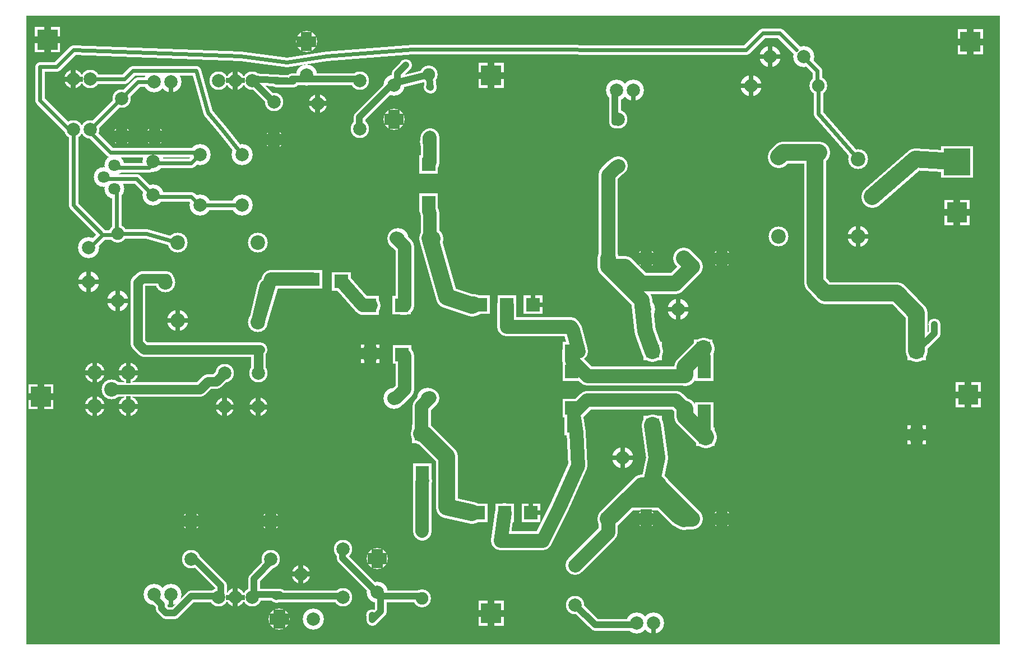
<source format=gbr>
%FSLAX34Y34*%
%MOMM*%
%LNCOPPER_BOTTOM*%
G71*
G01*
%ADD10C,3.000*%
%ADD11C,2.800*%
%ADD12C,3.200*%
%ADD13C,2.900*%
%ADD14C,3.200*%
%ADD15C,2.800*%
%ADD16C,3.300*%
%ADD17C,2.700*%
%ADD18C,3.000*%
%ADD19C,1.400*%
%ADD20C,1.800*%
%ADD21C,2.200*%
%ADD22C,1.800*%
%ADD23C,0.733*%
%ADD24C,0.667*%
%ADD25C,0.767*%
%ADD26C,1.713*%
%ADD27C,0.813*%
%ADD28C,0.680*%
%ADD29C,1.000*%
%ADD30C,1.607*%
%ADD31C,2.200*%
%ADD32C,2.000*%
%ADD33C,2.100*%
%ADD34C,2.400*%
%ADD35C,2.000*%
%ADD36C,2.500*%
%ADD37C,1.900*%
%ADD38C,1.800*%
%ADD39C,0.600*%
%ADD40C,1.000*%
%ADD41C,4.300*%
%LPD*%
G36*
X-228600Y342900D02*
X1241400Y342900D01*
X1241400Y-607100D01*
X-228600Y-607100D01*
X-228600Y342900D01*
G37*
%LPC*%
X-125644Y-196781D02*
G54D10*
D03*
X-74844Y-196781D02*
G54D10*
D03*
X-100244Y-222181D02*
G54D10*
D03*
X-74844Y-247581D02*
G54D10*
D03*
X-125644Y-247581D02*
G54D10*
D03*
G36*
X381679Y-302999D02*
X353679Y-302999D01*
X353679Y-274999D01*
X381679Y-274999D01*
X381679Y-302999D01*
G37*
G36*
X482791Y-108016D02*
X482791Y-80015D01*
X510791Y-80015D01*
X510791Y-108016D01*
X482791Y-108016D01*
G37*
G36*
X522478Y-108015D02*
X522478Y-80015D01*
X550478Y-80015D01*
X550478Y-108015D01*
X522478Y-108015D01*
G37*
G36*
X443103Y-108015D02*
X443103Y-80015D01*
X471103Y-80015D01*
X471103Y-108015D01*
X443103Y-108015D01*
G37*
G36*
X355362Y-333638D02*
X383362Y-333638D01*
X383362Y-361638D01*
X355362Y-361638D01*
X355362Y-333638D01*
G37*
X61292Y244995D02*
G54D11*
D03*
X86692Y244995D02*
G54D11*
D03*
X112092Y244995D02*
G54D11*
D03*
X274774Y171857D02*
G54D11*
D03*
X211274Y209957D02*
G54D11*
D03*
X274774Y244882D02*
G54D11*
D03*
X86692Y244995D02*
G54D11*
D03*
X211274Y209957D02*
G54D11*
D03*
X326431Y237459D02*
G54D12*
D03*
X326543Y186478D02*
G54D12*
D03*
X326543Y186478D02*
G54D11*
D03*
X326543Y186478D02*
G54D11*
D03*
G36*
X364888Y131896D02*
X392888Y131896D01*
X392888Y103896D01*
X364888Y103896D01*
X364888Y131896D01*
G37*
G36*
X392792Y46251D02*
X364792Y46251D01*
X364792Y74251D01*
X392792Y74251D01*
X392792Y46251D01*
G37*
G36*
X324553Y-183374D02*
X324553Y-155374D01*
X352553Y-155374D01*
X352553Y-183374D01*
X324553Y-183374D01*
G37*
G36*
X324078Y-108761D02*
X324078Y-80761D01*
X352078Y-80761D01*
X352078Y-108761D01*
X324078Y-108761D01*
G37*
X290452Y-167786D02*
G54D11*
D03*
G36*
X275658Y-108920D02*
X275658Y-80920D01*
X303658Y-80920D01*
X303658Y-108920D01*
X275658Y-108920D01*
G37*
G36*
X218089Y-41466D02*
X218089Y-69466D01*
X190089Y-69466D01*
X190089Y-41466D01*
X218089Y-41466D01*
G37*
G36*
X260952Y-44641D02*
X260952Y-72641D01*
X232952Y-72641D01*
X232952Y-44641D01*
X260952Y-44641D01*
G37*
X332729Y6192D02*
G54D12*
D03*
X383710Y6080D02*
G54D12*
D03*
X383710Y6080D02*
G54D11*
D03*
X326378Y-235107D02*
G54D12*
D03*
X377359Y-235219D02*
G54D12*
D03*
X377359Y-235219D02*
G54D11*
D03*
X377359Y-235219D02*
G54D11*
D03*
G36*
X731202Y-178027D02*
X703202Y-178027D01*
X703202Y-150027D01*
X731202Y-150027D01*
X731202Y-178027D01*
G37*
G36*
X608964Y-178027D02*
X580964Y-178027D01*
X580964Y-150027D01*
X608964Y-150027D01*
X608964Y-178027D01*
G37*
G36*
X731201Y-289946D02*
X703201Y-289946D01*
X703201Y-261946D01*
X731201Y-261946D01*
X731201Y-289946D01*
G37*
G36*
X612139Y-291533D02*
X584139Y-291533D01*
X584139Y-263533D01*
X612139Y-263533D01*
X612139Y-291533D01*
G37*
G36*
X479616Y-422340D02*
X479616Y-394340D01*
X507616Y-394340D01*
X507616Y-422340D01*
X479616Y-422340D01*
G37*
G36*
X519304Y-422340D02*
X519304Y-394340D01*
X547304Y-394340D01*
X547304Y-422340D01*
X519304Y-422340D01*
G37*
G36*
X439928Y-422340D02*
X439928Y-394340D01*
X467928Y-394340D01*
X467928Y-422340D01*
X439928Y-422340D01*
G37*
G36*
X779750Y-146338D02*
X807750Y-146338D01*
X807750Y-174338D01*
X779750Y-174338D01*
X779750Y-146338D01*
G37*
G36*
X782925Y-279688D02*
X810925Y-279688D01*
X810925Y-307688D01*
X782925Y-307688D01*
X782925Y-279688D01*
G37*
G36*
X1102012Y-149512D02*
X1130012Y-149512D01*
X1130012Y-177512D01*
X1102012Y-177512D01*
X1102012Y-149512D01*
G37*
X1116012Y-290512D02*
G54D11*
D03*
G54D13*
X496791Y-94015D02*
X496791Y-126498D01*
X497014Y-126721D01*
X593058Y-126721D01*
X596803Y-132115D01*
X604964Y-164027D01*
G54D13*
X493616Y-408340D02*
X487014Y-450571D01*
X550514Y-450571D01*
X575914Y-399771D01*
X604116Y-337293D01*
X601314Y-287058D01*
X598139Y-264833D01*
X766168Y-251300D02*
G54D12*
D03*
X766281Y-200320D02*
G54D12*
D03*
X766281Y-200320D02*
G54D11*
D03*
X766281Y-200320D02*
G54D11*
D03*
X650303Y-417865D02*
G54D11*
D03*
X707453Y-417865D02*
G54D11*
D03*
X764603Y-417865D02*
G54D11*
D03*
X821753Y-417865D02*
G54D11*
D03*
X650303Y-24165D02*
G54D11*
D03*
X707453Y-24165D02*
G54D11*
D03*
X764603Y-24165D02*
G54D11*
D03*
X821753Y-24165D02*
G54D11*
D03*
X707453Y-417865D02*
G54D11*
D03*
X821753Y-417865D02*
G54D11*
D03*
X707453Y-24165D02*
G54D11*
D03*
X821753Y-24165D02*
G54D11*
D03*
G54D14*
X650303Y-24165D02*
X650303Y-36865D01*
X701103Y-87665D01*
X705716Y-134093D01*
X717202Y-164027D01*
G54D14*
X764603Y-417865D02*
X777303Y-417865D01*
X726503Y-367065D01*
X701103Y-367065D01*
X650303Y-417865D01*
G54D14*
X764603Y-24165D02*
X777303Y-36865D01*
X751903Y-62265D01*
X701103Y-62265D01*
X675703Y-36865D01*
X650303Y-36865D01*
X650303Y-24165D01*
X688403Y229841D02*
G54D12*
D03*
X662903Y229841D02*
G54D12*
D03*
X718403Y-574859D02*
G54D12*
D03*
X692903Y-574859D02*
G54D12*
D03*
G54D15*
X378888Y124246D02*
X381000Y120650D01*
X381000Y158750D01*
X379536Y158648D01*
G54D15*
X383710Y6080D02*
X381000Y6350D01*
X381000Y44450D01*
X378792Y47551D01*
G54D16*
X383710Y6080D02*
X381000Y6350D01*
X406400Y-82550D01*
X444500Y-95250D01*
X447103Y-94015D01*
G54D15*
X332729Y6192D02*
X330200Y6350D01*
X342900Y-6350D01*
X342900Y-95250D01*
X338078Y-94761D01*
G54D15*
X246952Y-58641D02*
X279400Y-95250D01*
X292100Y-95250D01*
X289658Y-94920D01*
G54D15*
X326378Y-235107D02*
X330200Y-234950D01*
X342900Y-222250D01*
X342900Y-171450D01*
X338553Y-169374D01*
G54D15*
X377359Y-235219D02*
X381000Y-234950D01*
X368300Y-247650D01*
X368300Y-285750D01*
X367679Y-288999D01*
G54D16*
X367679Y-288999D02*
X371549Y-288999D01*
X406400Y-323850D01*
X406400Y-400050D01*
X443928Y-408340D01*
G36*
X276452Y-153786D02*
X304452Y-153786D01*
X304452Y-181786D01*
X276452Y-181786D01*
X276452Y-153786D01*
G37*
X61292Y-536087D02*
G54D11*
D03*
X86692Y-536087D02*
G54D11*
D03*
X112092Y-536087D02*
G54D11*
D03*
X249374Y-462949D02*
G54D11*
D03*
X185874Y-501049D02*
G54D11*
D03*
X249374Y-535974D02*
G54D11*
D03*
X86692Y-536087D02*
G54D11*
D03*
X185874Y-501049D02*
G54D11*
D03*
X301031Y-528550D02*
G54D12*
D03*
X301143Y-477570D02*
G54D12*
D03*
X301143Y-477570D02*
G54D11*
D03*
X301143Y-477570D02*
G54D11*
D03*
G54D13*
X594964Y-164027D02*
X594964Y-177521D01*
X618776Y-201334D01*
X765267Y-201334D01*
X766281Y-200320D01*
G54D15*
X598139Y-264833D02*
X598139Y-257253D01*
X617674Y-237718D01*
X752586Y-237718D01*
X766168Y-251300D01*
G54D16*
X717201Y-275946D02*
X723289Y-325370D01*
X717201Y-357763D01*
X726503Y-367065D01*
G54D16*
X766281Y-200320D02*
X766281Y-187806D01*
X793750Y-160338D01*
G54D16*
X766168Y-251300D02*
X766168Y-262931D01*
X796925Y-293688D01*
G36*
X1102012Y-276512D02*
X1130012Y-276512D01*
X1130012Y-304512D01*
X1102012Y-304512D01*
X1102012Y-276512D01*
G37*
X-10097Y242541D02*
G54D12*
D03*
X-35597Y242541D02*
G54D12*
D03*
X-10097Y-532159D02*
G54D12*
D03*
X-35597Y-532159D02*
G54D12*
D03*
X-91048Y-87746D02*
G54D17*
D03*
X-91048Y13854D02*
G54D17*
D03*
X-134673Y-59005D02*
G54D12*
D03*
X-134786Y-8024D02*
G54D12*
D03*
X-134673Y-59005D02*
G54D12*
D03*
X-91048Y-87746D02*
G54D12*
D03*
X-95841Y116721D02*
G54D18*
D03*
X-111741Y99146D02*
G54D18*
D03*
X-95806Y81530D02*
G54D18*
D03*
X-37405Y71656D02*
G54D12*
D03*
X-37517Y122637D02*
G54D12*
D03*
X33692Y56548D02*
G54D12*
D03*
X33742Y132798D02*
G54D12*
D03*
X97192Y56548D02*
G54D12*
D03*
X97242Y132798D02*
G54D12*
D03*
X-157884Y246907D02*
G54D11*
D03*
X-132484Y246907D02*
G54D11*
D03*
X-157884Y246907D02*
G54D11*
D03*
X70716Y-197593D02*
G54D11*
D03*
X121516Y-197593D02*
G54D11*
D03*
X70716Y-248393D02*
G54D11*
D03*
X121516Y-248393D02*
G54D11*
D03*
X70716Y-248393D02*
G54D11*
D03*
X121516Y-248393D02*
G54D11*
D03*
G54D19*
X-134785Y-8024D02*
X-132484Y-7093D01*
X-113434Y11957D01*
X-88034Y11957D01*
X-91048Y13854D01*
G54D19*
X33692Y56548D02*
X32616Y56407D01*
X19916Y69107D01*
X-37234Y69107D01*
X-37405Y71656D01*
G54D19*
X97192Y56548D02*
X96116Y56407D01*
X32616Y56407D01*
X33692Y56548D01*
G54D19*
X33742Y132798D02*
X32616Y132607D01*
X19916Y119907D01*
X-37234Y119907D01*
X-37517Y122637D01*
G54D19*
X-37517Y122637D02*
X-37234Y119907D01*
X-43584Y113557D01*
X-94384Y113557D01*
X-95841Y116721D01*
G54D19*
X-80558Y247098D02*
X-67858Y259798D01*
X27392Y259798D01*
X45316Y196107D01*
X67242Y169948D01*
X97242Y132798D01*
X98368Y132990D01*
G54D20*
X148631Y243809D02*
X174031Y243809D01*
X115166Y246907D01*
X112091Y244995D01*
G54D20*
X174031Y243809D02*
X172316Y246907D01*
X273916Y246907D01*
X274774Y244882D01*
G54D20*
X326431Y237459D02*
X324716Y240557D01*
X273916Y189757D01*
X273916Y170707D01*
X274774Y171857D01*
G54D20*
X379586Y234898D02*
X381866Y234207D01*
X378952Y253854D01*
X324716Y240557D01*
X326431Y237459D01*
G54D20*
X-35597Y-532159D02*
X-37234Y-534143D01*
X-24534Y-546843D01*
X-24534Y-553193D01*
X-18184Y-559543D01*
X-5484Y-559543D01*
X19916Y-534143D01*
X64366Y-534143D01*
X61292Y-536087D01*
G54D20*
X148631Y-534901D02*
X146916Y-534143D01*
X248516Y-534143D01*
X249374Y-535974D01*
G54D20*
X301031Y-528551D02*
X299316Y-527793D01*
X248516Y-476993D01*
X248516Y-464293D01*
X249374Y-462949D01*
G54D20*
X301031Y-528551D02*
X299316Y-527793D01*
X305666Y-534143D01*
X369166Y-534143D01*
X370061Y-534489D01*
G54D15*
X369362Y-360338D02*
X369166Y-362693D01*
X368952Y-436146D01*
G54D16*
X764603Y-417865D02*
X756516Y-413493D01*
X731116Y-388093D01*
X680316Y-388093D01*
X654916Y-413493D01*
X650303Y-417865D01*
G36*
X1200882Y97731D02*
X1152882Y97731D01*
X1152882Y145731D01*
X1200882Y145731D01*
X1200882Y97731D01*
G37*
G36*
X1195882Y26531D02*
X1157882Y26531D01*
X1157882Y64531D01*
X1195882Y64531D01*
X1195882Y26531D01*
G37*
G54D19*
X-80558Y247098D02*
X-132292Y247098D01*
X-132484Y246907D01*
G54D21*
X-100244Y-222181D02*
X33428Y-222181D01*
X45316Y-210293D01*
X-157884Y170707D02*
G54D11*
D03*
X-132484Y170707D02*
G54D11*
D03*
G54D19*
X-35597Y242541D02*
X-60650Y242541D01*
X-132484Y170707D01*
G54D19*
X-157884Y170707D02*
X-157884Y56407D01*
X-113434Y11957D01*
G54D19*
X-91048Y13854D02*
X-48034Y13854D01*
X0Y0D01*
X755696Y-101104D02*
G54D12*
D03*
X704716Y-101216D02*
G54D12*
D03*
X755696Y-101104D02*
G54D12*
D03*
X672308Y-325483D02*
G54D12*
D03*
X723289Y-325370D02*
G54D12*
D03*
X672308Y-325483D02*
G54D12*
D03*
G36*
X1177976Y322337D02*
X1215976Y322337D01*
X1215976Y284337D01*
X1177976Y284337D01*
X1177976Y322337D01*
G37*
G36*
X454076Y-541263D02*
X492076Y-541263D01*
X492076Y-579263D01*
X454076Y-579263D01*
X454076Y-541263D01*
G37*
G36*
X454076Y271537D02*
X492076Y271537D01*
X492076Y233537D01*
X454076Y233537D01*
X454076Y271537D01*
G37*
G36*
X-225849Y-213913D02*
X-187849Y-213913D01*
X-187849Y-251913D01*
X-225849Y-251913D01*
X-225849Y-213913D01*
G37*
X865978Y237285D02*
G54D17*
D03*
X967578Y237285D02*
G54D17*
D03*
X894719Y280910D02*
G54D12*
D03*
X945700Y281022D02*
G54D12*
D03*
X894719Y280910D02*
G54D12*
D03*
X865978Y237285D02*
G54D12*
D03*
G54D19*
X945700Y281022D02*
X946631Y278721D01*
X965681Y259671D01*
X965681Y234271D01*
X967578Y237285D01*
G54D19*
X967578Y237285D02*
X967578Y194271D01*
X1027769Y126389D01*
G54D19*
X-157884Y170707D02*
X-164234Y170707D01*
X-208684Y215157D01*
X-208684Y265957D01*
G54D19*
X-208684Y265957D02*
X-183284Y265957D01*
X-157884Y291357D01*
X94603Y282135D01*
X164603Y272135D01*
X224603Y282135D01*
X354603Y292135D01*
X858116Y291357D01*
X883516Y316757D01*
G54D19*
X883516Y316757D02*
X908916Y316757D01*
X934316Y291357D01*
G36*
X-215849Y325512D02*
X-177849Y325512D01*
X-177849Y287512D01*
X-215849Y287512D01*
X-215849Y325512D01*
G37*
G36*
X1174801Y-211063D02*
X1212801Y-211063D01*
X1212801Y-249063D01*
X1174801Y-249063D01*
X1174801Y-211063D01*
G37*
G54D15*
X133735Y-66315D02*
X120650Y-120650D01*
X140589Y-55466D01*
X204089Y-55466D01*
G54D20*
X148631Y-534901D02*
X153639Y-531533D01*
X115539Y-531533D01*
X112091Y-536087D01*
X344139Y268567D02*
G54D22*
D03*
X293339Y-563283D02*
G54D22*
D03*
G54D20*
X293339Y-563283D02*
X293339Y-569633D01*
X306039Y-556933D01*
X306039Y-531533D01*
X301031Y-528551D01*
G54D20*
X344139Y268567D02*
X331439Y255867D01*
X331439Y243167D01*
X326431Y237459D01*
X1142652Y-123546D02*
G54D22*
D03*
G54D20*
X1142652Y-123546D02*
X1142652Y-136874D01*
X1116012Y-163512D01*
X120650Y-120650D02*
G54D10*
D03*
X0Y-117476D02*
G54D10*
D03*
X120650Y0D02*
G54D10*
D03*
X0Y0D02*
G54D10*
D03*
X-19209Y-60325D02*
G54D10*
D03*
X0Y-117476D02*
G54D12*
D03*
G54D21*
X45316Y-210293D02*
X58016Y-210293D01*
X70716Y-197593D01*
G54D21*
X121516Y-197593D02*
X121516Y-164234D01*
X123825Y-161925D01*
X-50800Y-161925D01*
X-60325Y-152400D01*
X-60325Y-60325D01*
X-53975Y-53975D01*
X-17462Y-53975D01*
X-19209Y-60325D01*
X907119Y129563D02*
G54D10*
D03*
X1027769Y126389D02*
G54D10*
D03*
X907119Y8913D02*
G54D10*
D03*
X1027769Y8913D02*
G54D10*
D03*
X1048882Y69238D02*
G54D10*
D03*
G54D16*
X1116012Y-163512D02*
X1116012Y-106362D01*
X1085850Y-76200D01*
X977900Y-76200D01*
X962025Y-60325D01*
X962025Y130175D01*
X968375Y136525D01*
X914081Y136525D01*
X907119Y129563D01*
G54D16*
X1048882Y69238D02*
X1113514Y126388D01*
X1181882Y121731D01*
X1027769Y8913D02*
G54D12*
D03*
G54D19*
X-132484Y170707D02*
X-132231Y166389D01*
X-102231Y136389D01*
X37769Y136389D01*
X33742Y132798D01*
G54D19*
X-37405Y71656D02*
X-42231Y76389D01*
X-62231Y96389D01*
X-112231Y96389D01*
X-111741Y99146D01*
G54D19*
X-95807Y81530D02*
X-92231Y86389D01*
X-92231Y16389D01*
X-91048Y13854D01*
X378952Y152254D02*
G54D17*
D03*
X378952Y253854D02*
G54D17*
D03*
X368952Y-537746D02*
G54D17*
D03*
X368952Y-436146D02*
G54D17*
D03*
X1106012Y-93512D02*
G54D11*
D03*
X664964Y185973D02*
G54D11*
D03*
X664964Y115973D02*
G54D11*
D03*
X600303Y-487865D02*
G54D11*
D03*
X600303Y-547865D02*
G54D11*
D03*
G54D13*
X664964Y115973D02*
X660303Y112135D01*
X650303Y102135D01*
X650303Y-27865D01*
X650303Y-24165D01*
G54D20*
X664964Y185973D02*
X660303Y182135D01*
X660303Y232135D01*
X662903Y229841D01*
G54D20*
X600303Y-547865D02*
X630303Y-577865D01*
X690303Y-577865D01*
X692903Y-574859D01*
G54D13*
X600303Y-487865D02*
X650303Y-437865D01*
X650303Y-417865D01*
X-84997Y217535D02*
G54D11*
D03*
X-84997Y160385D02*
G54D11*
D03*
X-34997Y160385D02*
G54D11*
D03*
X20003Y-478265D02*
G54D11*
D03*
X20003Y-421115D02*
G54D11*
D03*
X20003Y-421115D02*
G54D11*
D03*
X145003Y212535D02*
G54D11*
D03*
X145003Y155385D02*
G54D11*
D03*
X145003Y155385D02*
G54D11*
D03*
X194031Y303808D02*
G54D12*
D03*
X194144Y252828D02*
G54D12*
D03*
X204349Y-569449D02*
G54D12*
D03*
X153369Y-569336D02*
G54D12*
D03*
X153369Y-569336D02*
G54D11*
D03*
X153369Y-569336D02*
G54D11*
D03*
X140003Y-478265D02*
G54D11*
D03*
X140003Y-421115D02*
G54D11*
D03*
X140003Y-421115D02*
G54D11*
D03*
G54D20*
X20003Y-478265D02*
X24603Y-477865D01*
X64603Y-517865D01*
X64603Y-537865D01*
X61292Y-536087D01*
G54D20*
X140003Y-478265D02*
X144603Y-477865D01*
X114603Y-507865D01*
X114603Y-537865D01*
X112091Y-536087D01*
G54D20*
X145003Y212535D02*
X144603Y212135D01*
X114603Y242135D01*
X112091Y244995D01*
X194031Y303808D02*
G54D11*
D03*
X-84997Y160385D02*
G54D11*
D03*
G36*
X581000Y-181000D02*
X609000Y-181000D01*
X609000Y-209000D01*
X581000Y-209000D01*
X581000Y-181000D01*
G37*
G36*
X581000Y-236000D02*
X609000Y-236000D01*
X609000Y-264000D01*
X581000Y-264000D01*
X581000Y-236000D01*
G37*
G36*
X581000Y-236000D02*
X609000Y-236000D01*
X609000Y-264000D01*
X581000Y-264000D01*
X581000Y-236000D01*
G37*
G36*
X781000Y-166000D02*
X809000Y-166000D01*
X809000Y-194000D01*
X781000Y-194000D01*
X781000Y-166000D01*
G37*
G36*
X781000Y-261000D02*
X809000Y-261000D01*
X809000Y-289000D01*
X781000Y-289000D01*
X781000Y-261000D01*
G37*
G36*
X781000Y-241000D02*
X809000Y-241000D01*
X809000Y-269000D01*
X781000Y-269000D01*
X781000Y-241000D01*
G37*
G36*
X781000Y-181000D02*
X809000Y-181000D01*
X809000Y-209000D01*
X781000Y-209000D01*
X781000Y-181000D01*
G37*
%LPD*%
G54D23*
G36*
X-129310Y-196781D02*
X-129310Y-181281D01*
X-121977Y-181281D01*
X-121977Y-196781D01*
X-129310Y-196781D01*
G37*
G36*
X-125644Y-193115D02*
X-110144Y-193115D01*
X-110144Y-200448D01*
X-125644Y-200448D01*
X-125644Y-193115D01*
G37*
G36*
X-121977Y-196781D02*
X-121977Y-212281D01*
X-129310Y-212281D01*
X-129310Y-196781D01*
X-121977Y-196781D01*
G37*
G36*
X-125644Y-200448D02*
X-141144Y-200448D01*
X-141144Y-193115D01*
X-125644Y-193115D01*
X-125644Y-200448D01*
G37*
G54D23*
G36*
X-78510Y-196781D02*
X-78510Y-181281D01*
X-71177Y-181281D01*
X-71177Y-196781D01*
X-78510Y-196781D01*
G37*
G36*
X-74844Y-193115D02*
X-59344Y-193115D01*
X-59344Y-200448D01*
X-74844Y-200448D01*
X-74844Y-193115D01*
G37*
G36*
X-71177Y-196781D02*
X-71177Y-212281D01*
X-78510Y-212281D01*
X-78510Y-196781D01*
X-71177Y-196781D01*
G37*
G36*
X-74844Y-200448D02*
X-90344Y-200448D01*
X-90344Y-193115D01*
X-74844Y-193115D01*
X-74844Y-200448D01*
G37*
G54D23*
G36*
X-78510Y-247581D02*
X-78510Y-232081D01*
X-71177Y-232081D01*
X-71177Y-247581D01*
X-78510Y-247581D01*
G37*
G36*
X-74844Y-243915D02*
X-59344Y-243915D01*
X-59344Y-251248D01*
X-74844Y-251248D01*
X-74844Y-243915D01*
G37*
G36*
X-71177Y-247581D02*
X-71177Y-263081D01*
X-78510Y-263081D01*
X-78510Y-247581D01*
X-71177Y-247581D01*
G37*
G36*
X-74844Y-251248D02*
X-90344Y-251248D01*
X-90344Y-243915D01*
X-74844Y-243915D01*
X-74844Y-251248D01*
G37*
G54D23*
G36*
X-129310Y-247581D02*
X-129310Y-232081D01*
X-121977Y-232081D01*
X-121977Y-247581D01*
X-129310Y-247581D01*
G37*
G36*
X-125644Y-243915D02*
X-110144Y-243915D01*
X-110144Y-251248D01*
X-125644Y-251248D01*
X-125644Y-243915D01*
G37*
G36*
X-121977Y-247581D02*
X-121977Y-263081D01*
X-129310Y-263081D01*
X-129310Y-247581D01*
X-121977Y-247581D01*
G37*
G36*
X-125644Y-251248D02*
X-141144Y-251248D01*
X-141144Y-243915D01*
X-125644Y-243915D01*
X-125644Y-251248D01*
G37*
G54D24*
G36*
X533145Y-94015D02*
X533145Y-79515D01*
X539812Y-79515D01*
X539812Y-94015D01*
X533145Y-94015D01*
G37*
G36*
X536478Y-90682D02*
X550978Y-90682D01*
X550978Y-97349D01*
X536478Y-97349D01*
X536478Y-90682D01*
G37*
G54D25*
G36*
X90525Y244995D02*
X90525Y230495D01*
X82858Y230495D01*
X82858Y244995D01*
X90525Y244995D01*
G37*
G36*
X86692Y241162D02*
X72192Y241162D01*
X72192Y248829D01*
X86692Y248829D01*
X86692Y241162D01*
G37*
G36*
X82858Y244995D02*
X82858Y259495D01*
X90525Y259495D01*
X90525Y244995D01*
X82858Y244995D01*
G37*
G36*
X86692Y248829D02*
X101192Y248829D01*
X101192Y241162D01*
X86692Y241162D01*
X86692Y248829D01*
G37*
G54D25*
G36*
X211274Y213790D02*
X225774Y213790D01*
X225774Y206124D01*
X211274Y206124D01*
X211274Y213790D01*
G37*
G36*
X215108Y209957D02*
X215108Y195457D01*
X207441Y195457D01*
X207441Y209957D01*
X215108Y209957D01*
G37*
G36*
X211274Y206124D02*
X196774Y206124D01*
X196774Y213790D01*
X211274Y213790D01*
X211274Y206124D01*
G37*
G36*
X207441Y209957D02*
X207441Y224457D01*
X215108Y224457D01*
X215108Y209957D01*
X207441Y209957D01*
G37*
G54D25*
G36*
X322710Y186478D02*
X322710Y200978D01*
X330377Y200978D01*
X330377Y186478D01*
X322710Y186478D01*
G37*
G36*
X326543Y190312D02*
X341043Y190312D01*
X341043Y182645D01*
X326543Y182645D01*
X326543Y190312D01*
G37*
G36*
X330377Y186478D02*
X330377Y171978D01*
X322710Y171978D01*
X322710Y186478D01*
X330377Y186478D01*
G37*
G36*
X326543Y182645D02*
X312043Y182645D01*
X312043Y190312D01*
X326543Y190312D01*
X326543Y182645D01*
G37*
G54D26*
G36*
X317977Y186478D02*
X317977Y200978D01*
X335110Y200978D01*
X335110Y186478D01*
X317977Y186478D01*
G37*
G36*
X326543Y195045D02*
X341043Y195045D01*
X341043Y177912D01*
X326543Y177912D01*
X326543Y195045D01*
G37*
G36*
X335110Y186478D02*
X335110Y171978D01*
X317977Y171978D01*
X317977Y186478D01*
X335110Y186478D01*
G37*
G36*
X326543Y177912D02*
X312043Y177912D01*
X312043Y195045D01*
X326543Y195045D01*
X326543Y177912D01*
G37*
G54D24*
G36*
X529970Y-408340D02*
X529970Y-393840D01*
X536637Y-393840D01*
X536637Y-408340D01*
X529970Y-408340D01*
G37*
G36*
X533304Y-405007D02*
X547804Y-405007D01*
X547804Y-411674D01*
X533304Y-411674D01*
X533304Y-405007D01*
G37*
G54D26*
G36*
X716020Y-417865D02*
X716020Y-432365D01*
X698886Y-432365D01*
X698886Y-417865D01*
X716020Y-417865D01*
G37*
G36*
X707453Y-426432D02*
X692953Y-426432D01*
X692953Y-409298D01*
X707453Y-409298D01*
X707453Y-426432D01*
G37*
G36*
X698886Y-417865D02*
X698886Y-403365D01*
X716020Y-403365D01*
X716020Y-417865D01*
X698886Y-417865D01*
G37*
G36*
X707453Y-409298D02*
X721953Y-409298D01*
X721953Y-426432D01*
X707453Y-426432D01*
X707453Y-409298D01*
G37*
G54D26*
G36*
X830320Y-417865D02*
X830320Y-432365D01*
X813186Y-432365D01*
X813186Y-417865D01*
X830320Y-417865D01*
G37*
G36*
X821753Y-426432D02*
X807253Y-426432D01*
X807253Y-409298D01*
X821753Y-409298D01*
X821753Y-426432D01*
G37*
G36*
X813186Y-417865D02*
X813186Y-403365D01*
X830320Y-403365D01*
X830320Y-417865D01*
X813186Y-417865D01*
G37*
G36*
X821753Y-409298D02*
X836253Y-409298D01*
X836253Y-426432D01*
X821753Y-426432D01*
X821753Y-409298D01*
G37*
G54D26*
G36*
X716020Y-24165D02*
X716020Y-38665D01*
X698886Y-38665D01*
X698886Y-24165D01*
X716020Y-24165D01*
G37*
G36*
X707453Y-32732D02*
X692953Y-32732D01*
X692953Y-15598D01*
X707453Y-15598D01*
X707453Y-32732D01*
G37*
G36*
X698886Y-24165D02*
X698886Y-9665D01*
X716020Y-9665D01*
X716020Y-24165D01*
X698886Y-24165D01*
G37*
G36*
X707453Y-15598D02*
X721953Y-15598D01*
X721953Y-32732D01*
X707453Y-32732D01*
X707453Y-15598D01*
G37*
G54D26*
G36*
X830320Y-24165D02*
X830320Y-38665D01*
X813186Y-38665D01*
X813186Y-24165D01*
X830320Y-24165D01*
G37*
G36*
X821753Y-32732D02*
X807253Y-32732D01*
X807253Y-15598D01*
X821753Y-15598D01*
X821753Y-32732D01*
G37*
G36*
X813186Y-24165D02*
X813186Y-9665D01*
X830320Y-9665D01*
X830320Y-24165D01*
X813186Y-24165D01*
G37*
G36*
X821753Y-15598D02*
X836253Y-15598D01*
X836253Y-32732D01*
X821753Y-32732D01*
X821753Y-15598D01*
G37*
G54D24*
G36*
X691737Y229841D02*
X691737Y213341D01*
X685070Y213341D01*
X685070Y229841D01*
X691737Y229841D01*
G37*
G54D27*
G54D24*
G36*
X721737Y-574859D02*
X721737Y-591359D01*
X715070Y-591359D01*
X715070Y-574859D01*
X721737Y-574859D01*
G37*
G54D27*
G54D26*
G36*
X281885Y-167786D02*
X281885Y-153286D01*
X299019Y-153286D01*
X299019Y-167786D01*
X281885Y-167786D01*
G37*
G36*
X290452Y-159220D02*
X304952Y-159220D01*
X304952Y-176353D01*
X290452Y-176353D01*
X290452Y-159220D01*
G37*
G36*
X299019Y-167786D02*
X299019Y-182286D01*
X281885Y-182286D01*
X281885Y-167786D01*
X299019Y-167786D01*
G37*
G36*
X290452Y-176353D02*
X275952Y-176353D01*
X275952Y-159220D01*
X290452Y-159220D01*
X290452Y-176353D01*
G37*
G54D25*
G36*
X90525Y-536087D02*
X90525Y-550587D01*
X82858Y-550587D01*
X82858Y-536087D01*
X90525Y-536087D01*
G37*
G36*
X86692Y-539921D02*
X72192Y-539921D01*
X72192Y-532254D01*
X86692Y-532254D01*
X86692Y-539921D01*
G37*
G36*
X82858Y-536087D02*
X82858Y-521587D01*
X90525Y-521587D01*
X90525Y-536087D01*
X82858Y-536087D01*
G37*
G36*
X86692Y-532254D02*
X101192Y-532254D01*
X101192Y-539921D01*
X86692Y-539921D01*
X86692Y-532254D01*
G37*
G54D25*
G36*
X185874Y-504882D02*
X171374Y-504882D01*
X171374Y-497216D01*
X185874Y-497216D01*
X185874Y-504882D01*
G37*
G36*
X182041Y-501049D02*
X182041Y-486549D01*
X189708Y-486549D01*
X189708Y-501049D01*
X182041Y-501049D01*
G37*
G36*
X185874Y-497216D02*
X200374Y-497216D01*
X200374Y-504882D01*
X185874Y-504882D01*
X185874Y-497216D01*
G37*
G36*
X189708Y-501049D02*
X189708Y-515549D01*
X182041Y-515549D01*
X182041Y-501049D01*
X189708Y-501049D01*
G37*
G54D25*
G36*
X297310Y-477570D02*
X297310Y-463070D01*
X304977Y-463070D01*
X304977Y-477570D01*
X297310Y-477570D01*
G37*
G36*
X301143Y-473737D02*
X315643Y-473737D01*
X315643Y-481404D01*
X301143Y-481404D01*
X301143Y-473737D01*
G37*
G36*
X304977Y-477570D02*
X304977Y-492070D01*
X297310Y-492070D01*
X297310Y-477570D01*
X304977Y-477570D01*
G37*
G36*
X301143Y-481404D02*
X286643Y-481404D01*
X286643Y-473737D01*
X301143Y-473737D01*
X301143Y-481404D01*
G37*
G54D26*
G36*
X292577Y-477570D02*
X292577Y-463070D01*
X309710Y-463070D01*
X309710Y-477570D01*
X292577Y-477570D01*
G37*
G36*
X301143Y-469004D02*
X315643Y-469004D01*
X315643Y-486137D01*
X301143Y-486137D01*
X301143Y-469004D01*
G37*
G36*
X309710Y-477570D02*
X309710Y-492070D01*
X292577Y-492070D01*
X292577Y-477570D01*
X309710Y-477570D01*
G37*
G36*
X301143Y-486137D02*
X286643Y-486137D01*
X286643Y-469004D01*
X301143Y-469004D01*
X301143Y-486137D01*
G37*
G54D26*
G36*
X1107446Y-290512D02*
X1107446Y-276012D01*
X1124579Y-276012D01*
X1124579Y-290512D01*
X1107446Y-290512D01*
G37*
G36*
X1116012Y-281946D02*
X1130512Y-281946D01*
X1130512Y-299079D01*
X1116012Y-299079D01*
X1116012Y-281946D01*
G37*
G36*
X1124579Y-290512D02*
X1124579Y-305012D01*
X1107446Y-305012D01*
X1107446Y-290512D01*
X1124579Y-290512D01*
G37*
G36*
X1116012Y-299079D02*
X1101512Y-299079D01*
X1101512Y-281946D01*
X1116012Y-281946D01*
X1116012Y-299079D01*
G37*
G54D24*
G36*
X-6763Y242541D02*
X-6763Y226041D01*
X-13430Y226041D01*
X-13430Y242541D01*
X-6763Y242541D01*
G37*
G54D27*
G54D24*
G36*
X-6763Y-532159D02*
X-6763Y-548659D01*
X-13430Y-548659D01*
X-13430Y-532159D01*
X-6763Y-532159D01*
G37*
G54D27*
G54D28*
G36*
X-131273Y-59005D02*
X-131273Y-75505D01*
X-138073Y-75505D01*
X-138073Y-59005D01*
X-131273Y-59005D01*
G37*
G36*
X-134673Y-62405D02*
X-151173Y-62405D01*
X-151173Y-55605D01*
X-134673Y-55605D01*
X-134673Y-62405D01*
G37*
G36*
X-138073Y-59005D02*
X-138073Y-42505D01*
X-131273Y-42505D01*
X-131273Y-59005D01*
X-138073Y-59005D01*
G37*
G36*
X-134673Y-55605D02*
X-118173Y-55605D01*
X-118173Y-62405D01*
X-134673Y-62405D01*
X-134673Y-55605D01*
G37*
G54D28*
G36*
X-87648Y-87746D02*
X-87648Y-104246D01*
X-94448Y-104246D01*
X-94448Y-87746D01*
X-87648Y-87746D01*
G37*
G36*
X-91048Y-91146D02*
X-107548Y-91146D01*
X-107548Y-84346D01*
X-91048Y-84346D01*
X-91048Y-91146D01*
G37*
G36*
X-94448Y-87746D02*
X-94448Y-71246D01*
X-87648Y-71246D01*
X-87648Y-87746D01*
X-94448Y-87746D01*
G37*
G36*
X-91048Y-84346D02*
X-74548Y-84346D01*
X-74548Y-91146D01*
X-91048Y-91146D01*
X-91048Y-84346D01*
G37*
G54D25*
G36*
X-154051Y246907D02*
X-154051Y232407D01*
X-161717Y232407D01*
X-161717Y246907D01*
X-154051Y246907D01*
G37*
G36*
X-157884Y243074D02*
X-172384Y243074D01*
X-172384Y250740D01*
X-157884Y250740D01*
X-157884Y243074D01*
G37*
G36*
X-161717Y246907D02*
X-161717Y261407D01*
X-154051Y261407D01*
X-154051Y246907D01*
X-161717Y246907D01*
G37*
G36*
X-157884Y250740D02*
X-143384Y250740D01*
X-143384Y243074D01*
X-157884Y243074D01*
X-157884Y250740D01*
G37*
G54D25*
G36*
X74549Y-248393D02*
X74549Y-262893D01*
X66883Y-262893D01*
X66883Y-248393D01*
X74549Y-248393D01*
G37*
G36*
X70716Y-252226D02*
X56216Y-252226D01*
X56216Y-244560D01*
X70716Y-244560D01*
X70716Y-252226D01*
G37*
G36*
X66883Y-248393D02*
X66883Y-233893D01*
X74549Y-233893D01*
X74549Y-248393D01*
X66883Y-248393D01*
G37*
G36*
X70716Y-244560D02*
X85216Y-244560D01*
X85216Y-252226D01*
X70716Y-252226D01*
X70716Y-244560D01*
G37*
G54D25*
G36*
X125349Y-248393D02*
X125349Y-262893D01*
X117683Y-262893D01*
X117683Y-248393D01*
X125349Y-248393D01*
G37*
G36*
X121516Y-252226D02*
X107016Y-252226D01*
X107016Y-244560D01*
X121516Y-244560D01*
X121516Y-252226D01*
G37*
G36*
X117683Y-248393D02*
X117683Y-233893D01*
X125349Y-233893D01*
X125349Y-248393D01*
X117683Y-248393D01*
G37*
G36*
X121516Y-244560D02*
X136016Y-244560D01*
X136016Y-252226D01*
X121516Y-252226D01*
X121516Y-244560D01*
G37*
G54D29*
G36*
X1181882Y45531D02*
X1181882Y26031D01*
X1171882Y26031D01*
X1171882Y45531D01*
X1181882Y45531D01*
G37*
G36*
X1176882Y40531D02*
X1157382Y40531D01*
X1157382Y50531D01*
X1176882Y50531D01*
X1176882Y40531D01*
G37*
G36*
X1171882Y45531D02*
X1171882Y65031D01*
X1181882Y65031D01*
X1181882Y45531D01*
X1171882Y45531D01*
G37*
G36*
X1176882Y50531D02*
X1196382Y50531D01*
X1196382Y40531D01*
X1176882Y40531D01*
X1176882Y50531D01*
G37*
G54D28*
G36*
X755696Y-97704D02*
X772196Y-97704D01*
X772196Y-104504D01*
X755696Y-104504D01*
X755696Y-97704D01*
G37*
G36*
X759096Y-101104D02*
X759096Y-117604D01*
X752296Y-117604D01*
X752296Y-101104D01*
X759096Y-101104D01*
G37*
G36*
X755696Y-104504D02*
X739196Y-104504D01*
X739196Y-97704D01*
X755696Y-97704D01*
X755696Y-104504D01*
G37*
G36*
X752296Y-101104D02*
X752296Y-84604D01*
X759096Y-84604D01*
X759096Y-101104D01*
X752296Y-101104D01*
G37*
G54D28*
G36*
X672308Y-328883D02*
X655808Y-328883D01*
X655808Y-322083D01*
X672308Y-322083D01*
X672308Y-328883D01*
G37*
G36*
X668908Y-325483D02*
X668908Y-308983D01*
X675708Y-308983D01*
X675708Y-325483D01*
X668908Y-325483D01*
G37*
G36*
X672308Y-322083D02*
X688808Y-322083D01*
X688808Y-328883D01*
X672308Y-328883D01*
X672308Y-322083D01*
G37*
G36*
X675708Y-325483D02*
X675708Y-341983D01*
X668908Y-341983D01*
X668908Y-325483D01*
X675708Y-325483D01*
G37*
G54D29*
G36*
X1191976Y303337D02*
X1191976Y322837D01*
X1201976Y322837D01*
X1201976Y303337D01*
X1191976Y303337D01*
G37*
G36*
X1196976Y308337D02*
X1216476Y308337D01*
X1216476Y298337D01*
X1196976Y298337D01*
X1196976Y308337D01*
G37*
G36*
X1201976Y303337D02*
X1201976Y283837D01*
X1191976Y283837D01*
X1191976Y303337D01*
X1201976Y303337D01*
G37*
G36*
X1196976Y298337D02*
X1177476Y298337D01*
X1177476Y308337D01*
X1196976Y308337D01*
X1196976Y298337D01*
G37*
G54D29*
G36*
X468076Y-560263D02*
X468076Y-540763D01*
X478076Y-540763D01*
X478076Y-560263D01*
X468076Y-560263D01*
G37*
G36*
X473076Y-555263D02*
X492576Y-555263D01*
X492576Y-565263D01*
X473076Y-565263D01*
X473076Y-555263D01*
G37*
G36*
X478076Y-560263D02*
X478076Y-579763D01*
X468076Y-579763D01*
X468076Y-560263D01*
X478076Y-560263D01*
G37*
G36*
X473076Y-565263D02*
X453576Y-565263D01*
X453576Y-555263D01*
X473076Y-555263D01*
X473076Y-565263D01*
G37*
G54D29*
G36*
X468076Y252537D02*
X468076Y272037D01*
X478076Y272037D01*
X478076Y252537D01*
X468076Y252537D01*
G37*
G36*
X473076Y257537D02*
X492576Y257537D01*
X492576Y247537D01*
X473076Y247537D01*
X473076Y257537D01*
G37*
G36*
X478076Y252537D02*
X478076Y233037D01*
X468076Y233037D01*
X468076Y252537D01*
X478076Y252537D01*
G37*
G36*
X473076Y247537D02*
X453576Y247537D01*
X453576Y257537D01*
X473076Y257537D01*
X473076Y247537D01*
G37*
G54D29*
G36*
X-211849Y-232913D02*
X-211849Y-213413D01*
X-201849Y-213413D01*
X-201849Y-232913D01*
X-211849Y-232913D01*
G37*
G36*
X-206849Y-227913D02*
X-187349Y-227913D01*
X-187349Y-237913D01*
X-206849Y-237913D01*
X-206849Y-227913D01*
G37*
G36*
X-201849Y-232913D02*
X-201849Y-252413D01*
X-211849Y-252413D01*
X-211849Y-232913D01*
X-201849Y-232913D01*
G37*
G36*
X-206849Y-237913D02*
X-226349Y-237913D01*
X-226349Y-227913D01*
X-206849Y-227913D01*
X-206849Y-237913D01*
G37*
G54D28*
G36*
X894719Y277510D02*
X878219Y277510D01*
X878219Y284310D01*
X894719Y284310D01*
X894719Y277510D01*
G37*
G36*
X891319Y280910D02*
X891319Y297410D01*
X898119Y297410D01*
X898119Y280910D01*
X891319Y280910D01*
G37*
G36*
X894719Y284310D02*
X911219Y284310D01*
X911219Y277510D01*
X894719Y277510D01*
X894719Y284310D01*
G37*
G36*
X898119Y280910D02*
X898119Y264410D01*
X891319Y264410D01*
X891319Y280910D01*
X898119Y280910D01*
G37*
G54D28*
G36*
X865978Y233885D02*
X849478Y233885D01*
X849478Y240685D01*
X865978Y240685D01*
X865978Y233885D01*
G37*
G36*
X862578Y237285D02*
X862578Y253785D01*
X869378Y253785D01*
X869378Y237285D01*
X862578Y237285D01*
G37*
G36*
X865978Y240685D02*
X882478Y240685D01*
X882478Y233885D01*
X865978Y233885D01*
X865978Y240685D01*
G37*
G36*
X869378Y237285D02*
X869378Y220785D01*
X862578Y220785D01*
X862578Y237285D01*
X869378Y237285D01*
G37*
G54D29*
G36*
X-201849Y306512D02*
X-201849Y326012D01*
X-191849Y326012D01*
X-191849Y306512D01*
X-201849Y306512D01*
G37*
G36*
X-196849Y311512D02*
X-177349Y311512D01*
X-177349Y301512D01*
X-196849Y301512D01*
X-196849Y311512D01*
G37*
G36*
X-191849Y306512D02*
X-191849Y287012D01*
X-201849Y287012D01*
X-201849Y306512D01*
X-191849Y306512D01*
G37*
G36*
X-196849Y301512D02*
X-216349Y301512D01*
X-216349Y311512D01*
X-196849Y311512D01*
X-196849Y301512D01*
G37*
G54D29*
G36*
X1188801Y-230063D02*
X1188801Y-210563D01*
X1198801Y-210563D01*
X1198801Y-230063D01*
X1188801Y-230063D01*
G37*
G36*
X1193801Y-225063D02*
X1213301Y-225063D01*
X1213301Y-235063D01*
X1193801Y-235063D01*
X1193801Y-225063D01*
G37*
G36*
X1198801Y-230063D02*
X1198801Y-249563D01*
X1188801Y-249563D01*
X1188801Y-230063D01*
X1198801Y-230063D01*
G37*
G36*
X1193801Y-235063D02*
X1174301Y-235063D01*
X1174301Y-225063D01*
X1193801Y-225063D01*
X1193801Y-235063D01*
G37*
G54D28*
G36*
X3400Y-117476D02*
X3400Y-133976D01*
X-3400Y-133976D01*
X-3400Y-117476D01*
X3400Y-117476D01*
G37*
G36*
X0Y-120876D02*
X-16500Y-120876D01*
X-16500Y-114076D01*
X0Y-114076D01*
X0Y-120876D01*
G37*
G36*
X-3400Y-117476D02*
X-3400Y-100976D01*
X3400Y-100976D01*
X3400Y-117476D01*
X-3400Y-117476D01*
G37*
G36*
X0Y-114076D02*
X16500Y-114076D01*
X16500Y-120876D01*
X0Y-120876D01*
X0Y-114076D01*
G37*
G54D28*
G36*
X1031169Y8913D02*
X1031169Y-7587D01*
X1024369Y-7587D01*
X1024369Y8913D01*
X1031169Y8913D01*
G37*
G36*
X1027769Y5513D02*
X1011269Y5513D01*
X1011269Y12313D01*
X1027769Y12313D01*
X1027769Y5513D01*
G37*
G36*
X1024369Y8913D02*
X1024369Y25413D01*
X1031169Y25413D01*
X1031169Y8913D01*
X1024369Y8913D01*
G37*
G36*
X1027769Y12313D02*
X1044269Y12313D01*
X1044269Y5513D01*
X1027769Y5513D01*
X1027769Y12313D01*
G37*
G54D26*
G36*
X-34997Y151818D02*
X-49497Y151818D01*
X-49497Y168952D01*
X-34997Y168952D01*
X-34997Y151818D01*
G37*
G36*
X-43564Y160385D02*
X-43564Y174885D01*
X-26430Y174885D01*
X-26430Y160385D01*
X-43564Y160385D01*
G37*
G36*
X-34997Y168952D02*
X-20497Y168952D01*
X-20497Y151818D01*
X-34997Y151818D01*
X-34997Y168952D01*
G37*
G36*
X-26430Y160385D02*
X-26430Y145885D01*
X-43564Y145885D01*
X-43564Y160385D01*
X-26430Y160385D01*
G37*
G54D26*
G36*
X20003Y-412548D02*
X34503Y-412548D01*
X34503Y-429682D01*
X20003Y-429682D01*
X20003Y-412548D01*
G37*
G36*
X28570Y-421115D02*
X28570Y-435615D01*
X11436Y-435615D01*
X11436Y-421115D01*
X28570Y-421115D01*
G37*
G36*
X20003Y-429682D02*
X5503Y-429682D01*
X5503Y-412548D01*
X20003Y-412548D01*
X20003Y-429682D01*
G37*
G36*
X11436Y-421115D02*
X11436Y-406615D01*
X28570Y-406615D01*
X28570Y-421115D01*
X11436Y-421115D01*
G37*
G54D26*
G36*
X145003Y146818D02*
X130503Y146818D01*
X130503Y163952D01*
X145003Y163952D01*
X145003Y146818D01*
G37*
G36*
X136436Y155385D02*
X136436Y169885D01*
X153570Y169885D01*
X153570Y155385D01*
X136436Y155385D01*
G37*
G36*
X145003Y163952D02*
X159503Y163952D01*
X159503Y146818D01*
X145003Y146818D01*
X145003Y163952D01*
G37*
G36*
X153570Y155385D02*
X153570Y140885D01*
X136436Y140885D01*
X136436Y155385D01*
X153570Y155385D01*
G37*
G54D25*
G36*
X153369Y-573170D02*
X138869Y-573170D01*
X138869Y-565503D01*
X153369Y-565503D01*
X153369Y-573170D01*
G37*
G36*
X149535Y-569336D02*
X149535Y-554836D01*
X157202Y-554836D01*
X157202Y-569336D01*
X149535Y-569336D01*
G37*
G36*
X153369Y-565503D02*
X167869Y-565503D01*
X167869Y-573170D01*
X153369Y-573170D01*
X153369Y-565503D01*
G37*
G36*
X157202Y-569336D02*
X157202Y-583836D01*
X149535Y-583836D01*
X149535Y-569336D01*
X157202Y-569336D01*
G37*
G54D26*
G36*
X153369Y-577903D02*
X138869Y-577903D01*
X138869Y-560770D01*
X153369Y-560770D01*
X153369Y-577903D01*
G37*
G36*
X144802Y-569336D02*
X144802Y-554836D01*
X161935Y-554836D01*
X161935Y-569336D01*
X144802Y-569336D01*
G37*
G36*
X153369Y-560770D02*
X167869Y-560770D01*
X167869Y-577903D01*
X153369Y-577903D01*
X153369Y-560770D01*
G37*
G36*
X161935Y-569336D02*
X161935Y-583836D01*
X144802Y-583836D01*
X144802Y-569336D01*
X161935Y-569336D01*
G37*
G54D26*
G36*
X140003Y-412548D02*
X154503Y-412548D01*
X154503Y-429682D01*
X140003Y-429682D01*
X140003Y-412548D01*
G37*
G36*
X148570Y-421115D02*
X148570Y-435615D01*
X131436Y-435615D01*
X131436Y-421115D01*
X148570Y-421115D01*
G37*
G36*
X140003Y-429682D02*
X125503Y-429682D01*
X125503Y-412548D01*
X140003Y-412548D01*
X140003Y-429682D01*
G37*
G36*
X131436Y-421115D02*
X131436Y-406615D01*
X148570Y-406615D01*
X148570Y-421115D01*
X131436Y-421115D01*
G37*
G54D30*
G36*
X185998Y303808D02*
X185998Y318308D01*
X202064Y318308D01*
X202064Y303808D01*
X185998Y303808D01*
G37*
G36*
X194031Y311841D02*
X208531Y311841D01*
X208531Y295775D01*
X194031Y295775D01*
X194031Y311841D01*
G37*
G36*
X202064Y303808D02*
X202064Y289308D01*
X185998Y289308D01*
X185998Y303808D01*
X202064Y303808D01*
G37*
G36*
X194031Y295775D02*
X179531Y295775D01*
X179531Y311841D01*
X194031Y311841D01*
X194031Y295775D01*
G37*
G54D26*
G36*
X-84997Y151818D02*
X-99497Y151818D01*
X-99497Y168952D01*
X-84997Y168952D01*
X-84997Y151818D01*
G37*
G36*
X-93564Y160385D02*
X-93564Y174885D01*
X-76430Y174885D01*
X-76430Y160385D01*
X-93564Y160385D01*
G37*
G36*
X-84997Y168952D02*
X-70497Y168952D01*
X-70497Y151818D01*
X-84997Y151818D01*
X-84997Y168952D01*
G37*
G36*
X-76430Y160385D02*
X-76430Y145885D01*
X-93564Y145885D01*
X-93564Y160385D01*
X-76430Y160385D01*
G37*
X-125644Y-196781D02*
G54D31*
D03*
X-74844Y-196781D02*
G54D31*
D03*
X-100244Y-222181D02*
G54D31*
D03*
X-74844Y-247581D02*
G54D31*
D03*
X-125644Y-247581D02*
G54D31*
D03*
G36*
X377679Y-298999D02*
X357679Y-298999D01*
X357679Y-278999D01*
X377679Y-278999D01*
X377679Y-298999D01*
G37*
G36*
X486791Y-104016D02*
X486791Y-84015D01*
X506791Y-84015D01*
X506791Y-104016D01*
X486791Y-104016D01*
G37*
G36*
X526478Y-104015D02*
X526478Y-84015D01*
X546478Y-84015D01*
X546478Y-104015D01*
X526478Y-104015D01*
G37*
G36*
X447103Y-104015D02*
X447103Y-84015D01*
X467103Y-84015D01*
X467103Y-104015D01*
X447103Y-104015D01*
G37*
G36*
X359362Y-337638D02*
X379362Y-337638D01*
X379362Y-357638D01*
X359362Y-357638D01*
X359362Y-337638D01*
G37*
X61292Y244995D02*
G54D32*
D03*
X86692Y244995D02*
G54D32*
D03*
X112092Y244995D02*
G54D32*
D03*
X274774Y171857D02*
G54D32*
D03*
X211274Y209957D02*
G54D32*
D03*
X274774Y244882D02*
G54D32*
D03*
X86692Y244995D02*
G54D32*
D03*
X211274Y209957D02*
G54D32*
D03*
X326431Y237459D02*
G54D32*
D03*
X326543Y186478D02*
G54D32*
D03*
X326543Y186478D02*
G54D32*
D03*
X326543Y186478D02*
G54D32*
D03*
G36*
X368888Y127896D02*
X388888Y127896D01*
X388888Y107896D01*
X368888Y107896D01*
X368888Y127896D01*
G37*
G36*
X388792Y50251D02*
X368792Y50251D01*
X368792Y70251D01*
X388792Y70251D01*
X388792Y50251D01*
G37*
G36*
X328553Y-179374D02*
X328553Y-159374D01*
X348553Y-159374D01*
X348553Y-179374D01*
X328553Y-179374D01*
G37*
G36*
X328078Y-104761D02*
X328078Y-84761D01*
X348078Y-84761D01*
X348078Y-104761D01*
X328078Y-104761D01*
G37*
X290452Y-167786D02*
G54D32*
D03*
G36*
X279658Y-104920D02*
X279658Y-84920D01*
X299658Y-84920D01*
X299658Y-104920D01*
X279658Y-104920D01*
G37*
G36*
X214089Y-45466D02*
X214089Y-65466D01*
X194089Y-65466D01*
X194089Y-45466D01*
X214089Y-45466D01*
G37*
G36*
X256952Y-48641D02*
X256952Y-68641D01*
X236952Y-68641D01*
X236952Y-48641D01*
X256952Y-48641D01*
G37*
X332729Y6192D02*
G54D32*
D03*
X383710Y6080D02*
G54D32*
D03*
X383710Y6080D02*
G54D32*
D03*
X326378Y-235107D02*
G54D32*
D03*
X377359Y-235219D02*
G54D32*
D03*
X377359Y-235219D02*
G54D32*
D03*
X377359Y-235219D02*
G54D32*
D03*
G36*
X727202Y-174027D02*
X707202Y-174027D01*
X707202Y-154027D01*
X727202Y-154027D01*
X727202Y-174027D01*
G37*
G36*
X604964Y-174027D02*
X584964Y-174027D01*
X584964Y-154027D01*
X604964Y-154027D01*
X604964Y-174027D01*
G37*
G36*
X727201Y-285946D02*
X707201Y-285946D01*
X707201Y-265946D01*
X727201Y-265946D01*
X727201Y-285946D01*
G37*
G36*
X608139Y-287533D02*
X588139Y-287533D01*
X588139Y-267533D01*
X608139Y-267533D01*
X608139Y-287533D01*
G37*
G36*
X483616Y-418340D02*
X483616Y-398340D01*
X503616Y-398340D01*
X503616Y-418340D01*
X483616Y-418340D01*
G37*
G36*
X523304Y-418340D02*
X523304Y-398340D01*
X543304Y-398340D01*
X543304Y-418340D01*
X523304Y-418340D01*
G37*
G36*
X443928Y-418340D02*
X443928Y-398340D01*
X463928Y-398340D01*
X463928Y-418340D01*
X443928Y-418340D01*
G37*
G36*
X783750Y-150338D02*
X803750Y-150338D01*
X803750Y-170338D01*
X783750Y-170338D01*
X783750Y-150338D01*
G37*
G36*
X786925Y-283688D02*
X806925Y-283688D01*
X806925Y-303688D01*
X786925Y-303688D01*
X786925Y-283688D01*
G37*
G36*
X1106012Y-153512D02*
X1126012Y-153512D01*
X1126012Y-173512D01*
X1106012Y-173512D01*
X1106012Y-153512D01*
G37*
X1116012Y-290512D02*
G54D32*
D03*
G54D33*
X496791Y-94015D02*
X496791Y-126498D01*
X497014Y-126721D01*
X593058Y-126721D01*
X596803Y-132115D01*
X604964Y-164027D01*
G54D33*
X493616Y-408340D02*
X487014Y-450571D01*
X550514Y-450571D01*
X575914Y-399771D01*
X604116Y-337293D01*
X601314Y-287058D01*
X598139Y-264833D01*
X766168Y-251300D02*
G54D32*
D03*
X766281Y-200320D02*
G54D32*
D03*
X766281Y-200320D02*
G54D32*
D03*
X766281Y-200320D02*
G54D32*
D03*
X650303Y-417865D02*
G54D32*
D03*
X707453Y-417865D02*
G54D32*
D03*
X764603Y-417865D02*
G54D32*
D03*
X821753Y-417865D02*
G54D32*
D03*
X650303Y-24165D02*
G54D32*
D03*
X707453Y-24165D02*
G54D32*
D03*
X764603Y-24165D02*
G54D32*
D03*
X821753Y-24165D02*
G54D32*
D03*
X707453Y-417865D02*
G54D32*
D03*
X821753Y-417865D02*
G54D32*
D03*
X707453Y-24165D02*
G54D32*
D03*
X821753Y-24165D02*
G54D32*
D03*
G54D34*
X650303Y-24165D02*
X650303Y-36865D01*
X701103Y-87665D01*
X705716Y-134093D01*
X717202Y-164027D01*
G54D34*
X764603Y-417865D02*
X777303Y-417865D01*
X726503Y-367065D01*
X701103Y-367065D01*
X650303Y-417865D01*
G54D34*
X764603Y-24165D02*
X777303Y-36865D01*
X751903Y-62265D01*
X701103Y-62265D01*
X675703Y-36865D01*
X650303Y-36865D01*
X650303Y-24165D01*
X688403Y229841D02*
G54D32*
D03*
X662903Y229841D02*
G54D32*
D03*
X718403Y-574859D02*
G54D32*
D03*
X692903Y-574859D02*
G54D32*
D03*
G54D35*
X378888Y124246D02*
X381000Y120650D01*
X381000Y158750D01*
X379536Y158648D01*
G54D35*
X383710Y6080D02*
X381000Y6350D01*
X381000Y44450D01*
X378792Y47551D01*
G54D36*
X383710Y6080D02*
X381000Y6350D01*
X406400Y-82550D01*
X444500Y-95250D01*
X447103Y-94015D01*
G54D35*
X332729Y6192D02*
X330200Y6350D01*
X342900Y-6350D01*
X342900Y-95250D01*
X338078Y-94761D01*
G54D35*
X246952Y-58641D02*
X279400Y-95250D01*
X292100Y-95250D01*
X289658Y-94920D01*
G54D35*
X326378Y-235107D02*
X330200Y-234950D01*
X342900Y-222250D01*
X342900Y-171450D01*
X338553Y-169374D01*
G54D35*
X377359Y-235219D02*
X381000Y-234950D01*
X368300Y-247650D01*
X368300Y-285750D01*
X367679Y-288999D01*
G54D36*
X367679Y-288999D02*
X371549Y-288999D01*
X406400Y-323850D01*
X406400Y-400050D01*
X443928Y-408340D01*
G36*
X280452Y-157786D02*
X300452Y-157786D01*
X300452Y-177786D01*
X280452Y-177786D01*
X280452Y-157786D01*
G37*
X61292Y-536087D02*
G54D32*
D03*
X86692Y-536087D02*
G54D32*
D03*
X112092Y-536087D02*
G54D32*
D03*
X249374Y-462949D02*
G54D32*
D03*
X185874Y-501049D02*
G54D32*
D03*
X249374Y-535974D02*
G54D32*
D03*
X86692Y-536087D02*
G54D32*
D03*
X185874Y-501049D02*
G54D32*
D03*
X301031Y-528550D02*
G54D32*
D03*
X301143Y-477570D02*
G54D32*
D03*
X301143Y-477570D02*
G54D32*
D03*
X301143Y-477570D02*
G54D32*
D03*
G54D33*
X594964Y-164027D02*
X594964Y-177521D01*
X618776Y-201334D01*
X765267Y-201334D01*
X766281Y-200320D01*
G54D35*
X598139Y-264833D02*
X598139Y-257253D01*
X617674Y-237718D01*
X752586Y-237718D01*
X766168Y-251300D01*
G54D36*
X717201Y-275946D02*
X723289Y-325370D01*
X717201Y-357763D01*
X726503Y-367065D01*
G54D36*
X766281Y-200320D02*
X766281Y-187806D01*
X793750Y-160338D01*
G54D36*
X766168Y-251300D02*
X766168Y-262931D01*
X796925Y-293688D01*
G36*
X1106012Y-280512D02*
X1126012Y-280512D01*
X1126012Y-300512D01*
X1106012Y-300512D01*
X1106012Y-280512D01*
G37*
X-10097Y242541D02*
G54D32*
D03*
X-35597Y242541D02*
G54D32*
D03*
X-10097Y-532159D02*
G54D32*
D03*
X-35597Y-532159D02*
G54D32*
D03*
X-91048Y-87746D02*
G54D37*
D03*
X-91048Y13854D02*
G54D37*
D03*
X-134673Y-59005D02*
G54D32*
D03*
X-134786Y-8024D02*
G54D32*
D03*
X-134673Y-59005D02*
G54D32*
D03*
X-91048Y-87746D02*
G54D32*
D03*
X-95841Y116721D02*
G54D38*
D03*
X-111741Y99146D02*
G54D38*
D03*
X-95806Y81530D02*
G54D38*
D03*
X-37405Y71656D02*
G54D32*
D03*
X-37517Y122637D02*
G54D32*
D03*
X33692Y56548D02*
G54D32*
D03*
X33742Y132798D02*
G54D32*
D03*
X97192Y56548D02*
G54D32*
D03*
X97242Y132798D02*
G54D32*
D03*
X-157884Y246907D02*
G54D32*
D03*
X-132484Y246907D02*
G54D32*
D03*
X-157884Y246907D02*
G54D32*
D03*
X70716Y-197593D02*
G54D32*
D03*
X121516Y-197593D02*
G54D32*
D03*
X70716Y-248393D02*
G54D32*
D03*
X121516Y-248393D02*
G54D32*
D03*
X70716Y-248393D02*
G54D32*
D03*
X121516Y-248393D02*
G54D32*
D03*
G54D39*
X-134785Y-8024D02*
X-132484Y-7093D01*
X-113434Y11957D01*
X-88034Y11957D01*
X-91048Y13854D01*
G54D39*
X33692Y56548D02*
X32616Y56407D01*
X19916Y69107D01*
X-37234Y69107D01*
X-37405Y71656D01*
G54D39*
X97192Y56548D02*
X96116Y56407D01*
X32616Y56407D01*
X33692Y56548D01*
G54D39*
X33742Y132798D02*
X32616Y132607D01*
X19916Y119907D01*
X-37234Y119907D01*
X-37517Y122637D01*
G54D39*
X-37517Y122637D02*
X-37234Y119907D01*
X-43584Y113557D01*
X-94384Y113557D01*
X-95841Y116721D01*
G54D39*
X-80558Y247098D02*
X-67858Y259798D01*
X27392Y259798D01*
X45316Y196107D01*
X67242Y169948D01*
X97242Y132798D01*
X98368Y132990D01*
G54D29*
X148631Y243809D02*
X174031Y243809D01*
X115166Y246907D01*
X112091Y244995D01*
G54D29*
X174031Y243809D02*
X172316Y246907D01*
X273916Y246907D01*
X274774Y244882D01*
G54D29*
X326431Y237459D02*
X324716Y240557D01*
X273916Y189757D01*
X273916Y170707D01*
X274774Y171857D01*
G54D29*
X379586Y234898D02*
X381866Y234207D01*
X378952Y253854D01*
X324716Y240557D01*
X326431Y237459D01*
G54D29*
X-35597Y-532159D02*
X-37234Y-534143D01*
X-24534Y-546843D01*
X-24534Y-553193D01*
X-18184Y-559543D01*
X-5484Y-559543D01*
X19916Y-534143D01*
X64366Y-534143D01*
X61292Y-536087D01*
G54D29*
X148631Y-534901D02*
X146916Y-534143D01*
X248516Y-534143D01*
X249374Y-535974D01*
G54D29*
X301031Y-528551D02*
X299316Y-527793D01*
X248516Y-476993D01*
X248516Y-464293D01*
X249374Y-462949D01*
G54D29*
X301031Y-528551D02*
X299316Y-527793D01*
X305666Y-534143D01*
X369166Y-534143D01*
X370061Y-534489D01*
G54D35*
X369362Y-360338D02*
X369166Y-362693D01*
X368952Y-436146D01*
G54D36*
X764603Y-417865D02*
X756516Y-413493D01*
X731116Y-388093D01*
X680316Y-388093D01*
X654916Y-413493D01*
X650303Y-417865D01*
G36*
X1196882Y101731D02*
X1156882Y101731D01*
X1156882Y141731D01*
X1196882Y141731D01*
X1196882Y101731D01*
G37*
G36*
X1191882Y30531D02*
X1161882Y30531D01*
X1161882Y60531D01*
X1191882Y60531D01*
X1191882Y30531D01*
G37*
G54D39*
X-80558Y247098D02*
X-132292Y247098D01*
X-132484Y246907D01*
G54D19*
X-100244Y-222181D02*
X33428Y-222181D01*
X45316Y-210293D01*
X-157884Y170707D02*
G54D32*
D03*
X-132484Y170707D02*
G54D32*
D03*
G54D39*
X-35597Y242541D02*
X-60650Y242541D01*
X-132484Y170707D01*
G54D39*
X-157884Y170707D02*
X-157884Y56407D01*
X-113434Y11957D01*
G54D39*
X-91048Y13854D02*
X-48034Y13854D01*
X0Y0D01*
X755696Y-101104D02*
G54D32*
D03*
X704716Y-101216D02*
G54D32*
D03*
X755696Y-101104D02*
G54D32*
D03*
X672308Y-325483D02*
G54D32*
D03*
X723289Y-325370D02*
G54D32*
D03*
X672308Y-325483D02*
G54D32*
D03*
G36*
X1181976Y318337D02*
X1211976Y318337D01*
X1211976Y288337D01*
X1181976Y288337D01*
X1181976Y318337D01*
G37*
G36*
X458076Y-545263D02*
X488076Y-545263D01*
X488076Y-575263D01*
X458076Y-575263D01*
X458076Y-545263D01*
G37*
G36*
X458076Y267537D02*
X488076Y267537D01*
X488076Y237537D01*
X458076Y237537D01*
X458076Y267537D01*
G37*
G36*
X-221849Y-217913D02*
X-191849Y-217913D01*
X-191849Y-247913D01*
X-221849Y-247913D01*
X-221849Y-217913D01*
G37*
X865978Y237285D02*
G54D37*
D03*
X967578Y237285D02*
G54D37*
D03*
X894719Y280910D02*
G54D32*
D03*
X945700Y281022D02*
G54D32*
D03*
X894719Y280910D02*
G54D32*
D03*
X865978Y237285D02*
G54D32*
D03*
G54D39*
X945700Y281022D02*
X946631Y278721D01*
X965681Y259671D01*
X965681Y234271D01*
X967578Y237285D01*
G54D39*
X967578Y237285D02*
X967578Y194271D01*
X1027769Y126389D01*
G54D39*
X-157884Y170707D02*
X-164234Y170707D01*
X-208684Y215157D01*
X-208684Y265957D01*
G54D39*
X-208684Y265957D02*
X-183284Y265957D01*
X-157884Y291357D01*
X94603Y282135D01*
X164603Y272135D01*
X224603Y282135D01*
X354603Y292135D01*
X858116Y291357D01*
X883516Y316757D01*
G54D39*
X883516Y316757D02*
X908916Y316757D01*
X934316Y291357D01*
G36*
X-211849Y321512D02*
X-181849Y321512D01*
X-181849Y291512D01*
X-211849Y291512D01*
X-211849Y321512D01*
G37*
G36*
X1178801Y-215063D02*
X1208801Y-215063D01*
X1208801Y-245063D01*
X1178801Y-245063D01*
X1178801Y-215063D01*
G37*
G54D35*
X133735Y-66315D02*
X120650Y-120650D01*
X140589Y-55466D01*
X204089Y-55466D01*
G54D29*
X148631Y-534901D02*
X153639Y-531533D01*
X115539Y-531533D01*
X112091Y-536087D01*
X344139Y268567D02*
G54D40*
D03*
X293339Y-563283D02*
G54D40*
D03*
G54D29*
X293339Y-563283D02*
X293339Y-569633D01*
X306039Y-556933D01*
X306039Y-531533D01*
X301031Y-528551D01*
G54D29*
X344139Y268567D02*
X331439Y255867D01*
X331439Y243167D01*
X326431Y237459D01*
X1142652Y-123546D02*
G54D40*
D03*
G54D29*
X1142652Y-123546D02*
X1142652Y-136874D01*
X1116012Y-163512D01*
X-196850Y-562600D02*
G54D41*
D03*
X-203200Y114300D02*
G54D41*
D03*
X1173800Y-559900D02*
G54D41*
D03*
X1193800Y215900D02*
G54D41*
D03*
X120650Y-120650D02*
G54D31*
D03*
X0Y-117476D02*
G54D31*
D03*
X120650Y0D02*
G54D31*
D03*
X0Y0D02*
G54D31*
D03*
X-19209Y-60325D02*
G54D31*
D03*
X0Y-117476D02*
G54D32*
D03*
G54D19*
X45316Y-210293D02*
X58016Y-210293D01*
X70716Y-197593D01*
G54D19*
X121516Y-197593D02*
X121516Y-164234D01*
X123825Y-161925D01*
X-50800Y-161925D01*
X-60325Y-152400D01*
X-60325Y-60325D01*
X-53975Y-53975D01*
X-17462Y-53975D01*
X-19209Y-60325D01*
X907119Y129563D02*
G54D31*
D03*
X1027769Y126389D02*
G54D31*
D03*
X907119Y8913D02*
G54D31*
D03*
X1027769Y8913D02*
G54D31*
D03*
X1048882Y69238D02*
G54D31*
D03*
G54D36*
X1116012Y-163512D02*
X1116012Y-106362D01*
X1085850Y-76200D01*
X977900Y-76200D01*
X962025Y-60325D01*
X962025Y130175D01*
X968375Y136525D01*
X914081Y136525D01*
X907119Y129563D01*
G54D36*
X1048882Y69238D02*
X1113514Y126388D01*
X1181882Y121731D01*
X1027769Y8913D02*
G54D32*
D03*
G54D39*
X-132484Y170707D02*
X-132231Y166389D01*
X-102231Y136389D01*
X37769Y136389D01*
X33742Y132798D01*
G54D39*
X-37405Y71656D02*
X-42231Y76389D01*
X-62231Y96389D01*
X-112231Y96389D01*
X-111741Y99146D01*
G54D39*
X-95807Y81530D02*
X-92231Y86389D01*
X-92231Y16389D01*
X-91048Y13854D01*
X378952Y152254D02*
G54D37*
D03*
X378952Y253854D02*
G54D37*
D03*
X368952Y-537746D02*
G54D37*
D03*
X368952Y-436146D02*
G54D37*
D03*
X1106012Y-93512D02*
G54D32*
D03*
X664964Y185973D02*
G54D32*
D03*
X664964Y115973D02*
G54D32*
D03*
X600303Y-487865D02*
G54D32*
D03*
X600303Y-547865D02*
G54D32*
D03*
G54D33*
X664964Y115973D02*
X660303Y112135D01*
X650303Y102135D01*
X650303Y-27865D01*
X650303Y-24165D01*
G54D29*
X664964Y185973D02*
X660303Y182135D01*
X660303Y232135D01*
X662903Y229841D01*
G54D29*
X600303Y-547865D02*
X630303Y-577865D01*
X690303Y-577865D01*
X692903Y-574859D01*
G54D33*
X600303Y-487865D02*
X650303Y-437865D01*
X650303Y-417865D01*
X-84997Y217535D02*
G54D32*
D03*
X-84997Y160385D02*
G54D32*
D03*
X-34997Y160385D02*
G54D32*
D03*
X20003Y-478265D02*
G54D32*
D03*
X20003Y-421115D02*
G54D32*
D03*
X20003Y-421115D02*
G54D32*
D03*
X145003Y212535D02*
G54D32*
D03*
X145003Y155385D02*
G54D32*
D03*
X145003Y155385D02*
G54D32*
D03*
X194031Y303808D02*
G54D32*
D03*
X194144Y252828D02*
G54D32*
D03*
X204349Y-569449D02*
G54D32*
D03*
X153369Y-569336D02*
G54D32*
D03*
X153369Y-569336D02*
G54D32*
D03*
X153369Y-569336D02*
G54D32*
D03*
X140003Y-478265D02*
G54D32*
D03*
X140003Y-421115D02*
G54D32*
D03*
X140003Y-421115D02*
G54D32*
D03*
G54D29*
X20003Y-478265D02*
X24603Y-477865D01*
X64603Y-517865D01*
X64603Y-537865D01*
X61292Y-536087D01*
G54D29*
X140003Y-478265D02*
X144603Y-477865D01*
X114603Y-507865D01*
X114603Y-537865D01*
X112091Y-536087D01*
G54D29*
X145003Y212535D02*
X144603Y212135D01*
X114603Y242135D01*
X112091Y244995D01*
X194031Y303808D02*
G54D32*
D03*
X-84997Y160385D02*
G54D32*
D03*
G36*
X585000Y-185000D02*
X605000Y-185000D01*
X605000Y-205000D01*
X585000Y-205000D01*
X585000Y-185000D01*
G37*
G36*
X585000Y-240000D02*
X605000Y-240000D01*
X605000Y-260000D01*
X585000Y-260000D01*
X585000Y-240000D01*
G37*
G36*
X585000Y-240000D02*
X605000Y-240000D01*
X605000Y-260000D01*
X585000Y-260000D01*
X585000Y-240000D01*
G37*
G36*
X785000Y-170000D02*
X805000Y-170000D01*
X805000Y-190000D01*
X785000Y-190000D01*
X785000Y-170000D01*
G37*
G36*
X785000Y-265000D02*
X805000Y-265000D01*
X805000Y-285000D01*
X785000Y-285000D01*
X785000Y-265000D01*
G37*
G36*
X785000Y-245000D02*
X805000Y-245000D01*
X805000Y-265000D01*
X785000Y-265000D01*
X785000Y-245000D01*
G37*
G36*
X785000Y-185000D02*
X805000Y-185000D01*
X805000Y-205000D01*
X785000Y-205000D01*
X785000Y-185000D01*
G37*
M02*

</source>
